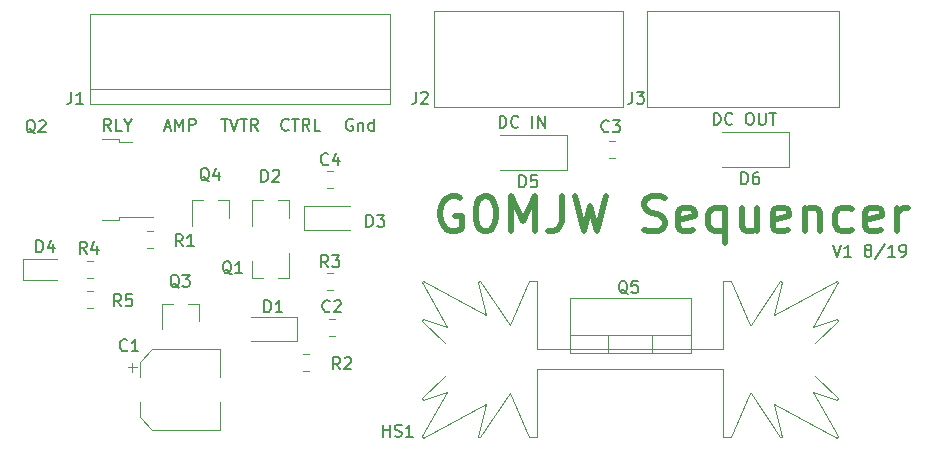
<source format=gbr>
G04 #@! TF.GenerationSoftware,KiCad,Pcbnew,(5.1.2)-2*
G04 #@! TF.CreationDate,2019-08-17T13:58:46+01:00*
G04 #@! TF.ProjectId,Sequencer,53657175-656e-4636-9572-2e6b69636164,rev?*
G04 #@! TF.SameCoordinates,Original*
G04 #@! TF.FileFunction,Legend,Top*
G04 #@! TF.FilePolarity,Positive*
%FSLAX46Y46*%
G04 Gerber Fmt 4.6, Leading zero omitted, Abs format (unit mm)*
G04 Created by KiCad (PCBNEW (5.1.2)-2) date 2019-08-17 13:58:46*
%MOMM*%
%LPD*%
G04 APERTURE LIST*
%ADD10C,0.120000*%
%ADD11C,0.200000*%
%ADD12C,0.500000*%
%ADD13C,0.150000*%
G04 APERTURE END LIST*
D10*
X143637000Y-80264000D02*
X143637000Y-72136000D01*
X159893000Y-80264000D02*
X143637000Y-80264000D01*
X159893000Y-72136000D02*
X159893000Y-80264000D01*
X143637000Y-72136000D02*
X159893000Y-72136000D01*
X125603000Y-80264000D02*
X125603000Y-72136000D01*
X141605000Y-80264000D02*
X125603000Y-80264000D01*
X141605000Y-72136000D02*
X141605000Y-80264000D01*
X125603000Y-72136000D02*
X141605000Y-72136000D01*
D11*
X159417142Y-91908380D02*
X159750476Y-92908380D01*
X160083809Y-91908380D01*
X160940952Y-92908380D02*
X160369523Y-92908380D01*
X160655238Y-92908380D02*
X160655238Y-91908380D01*
X160560000Y-92051238D01*
X160464761Y-92146476D01*
X160369523Y-92194095D01*
X162274285Y-92336952D02*
X162179047Y-92289333D01*
X162131428Y-92241714D01*
X162083809Y-92146476D01*
X162083809Y-92098857D01*
X162131428Y-92003619D01*
X162179047Y-91956000D01*
X162274285Y-91908380D01*
X162464761Y-91908380D01*
X162560000Y-91956000D01*
X162607619Y-92003619D01*
X162655238Y-92098857D01*
X162655238Y-92146476D01*
X162607619Y-92241714D01*
X162560000Y-92289333D01*
X162464761Y-92336952D01*
X162274285Y-92336952D01*
X162179047Y-92384571D01*
X162131428Y-92432190D01*
X162083809Y-92527428D01*
X162083809Y-92717904D01*
X162131428Y-92813142D01*
X162179047Y-92860761D01*
X162274285Y-92908380D01*
X162464761Y-92908380D01*
X162560000Y-92860761D01*
X162607619Y-92813142D01*
X162655238Y-92717904D01*
X162655238Y-92527428D01*
X162607619Y-92432190D01*
X162560000Y-92384571D01*
X162464761Y-92336952D01*
X163798095Y-91860761D02*
X162940952Y-93146476D01*
X164655238Y-92908380D02*
X164083809Y-92908380D01*
X164369523Y-92908380D02*
X164369523Y-91908380D01*
X164274285Y-92051238D01*
X164179047Y-92146476D01*
X164083809Y-92194095D01*
X165131428Y-92908380D02*
X165321904Y-92908380D01*
X165417142Y-92860761D01*
X165464761Y-92813142D01*
X165560000Y-92670285D01*
X165607619Y-92479809D01*
X165607619Y-92098857D01*
X165560000Y-92003619D01*
X165512380Y-91956000D01*
X165417142Y-91908380D01*
X165226666Y-91908380D01*
X165131428Y-91956000D01*
X165083809Y-92003619D01*
X165036190Y-92098857D01*
X165036190Y-92336952D01*
X165083809Y-92432190D01*
X165131428Y-92479809D01*
X165226666Y-92527428D01*
X165417142Y-92527428D01*
X165512380Y-92479809D01*
X165560000Y-92432190D01*
X165607619Y-92336952D01*
X98282190Y-82240380D02*
X97948857Y-81764190D01*
X97710761Y-82240380D02*
X97710761Y-81240380D01*
X98091714Y-81240380D01*
X98186952Y-81288000D01*
X98234571Y-81335619D01*
X98282190Y-81430857D01*
X98282190Y-81573714D01*
X98234571Y-81668952D01*
X98186952Y-81716571D01*
X98091714Y-81764190D01*
X97710761Y-81764190D01*
X99186952Y-82240380D02*
X98710761Y-82240380D01*
X98710761Y-81240380D01*
X99710761Y-81764190D02*
X99710761Y-82240380D01*
X99377428Y-81240380D02*
X99710761Y-81764190D01*
X100044095Y-81240380D01*
X102830476Y-81954666D02*
X103306666Y-81954666D01*
X102735238Y-82240380D02*
X103068571Y-81240380D01*
X103401904Y-82240380D01*
X103735238Y-82240380D02*
X103735238Y-81240380D01*
X104068571Y-81954666D01*
X104401904Y-81240380D01*
X104401904Y-82240380D01*
X104878095Y-82240380D02*
X104878095Y-81240380D01*
X105259047Y-81240380D01*
X105354285Y-81288000D01*
X105401904Y-81335619D01*
X105449523Y-81430857D01*
X105449523Y-81573714D01*
X105401904Y-81668952D01*
X105354285Y-81716571D01*
X105259047Y-81764190D01*
X104878095Y-81764190D01*
X107624761Y-81240380D02*
X108196190Y-81240380D01*
X107910476Y-82240380D02*
X107910476Y-81240380D01*
X108386666Y-81240380D02*
X108720000Y-82240380D01*
X109053333Y-81240380D01*
X109243809Y-81240380D02*
X109815238Y-81240380D01*
X109529523Y-82240380D02*
X109529523Y-81240380D01*
X110720000Y-82240380D02*
X110386666Y-81764190D01*
X110148571Y-82240380D02*
X110148571Y-81240380D01*
X110529523Y-81240380D01*
X110624761Y-81288000D01*
X110672380Y-81335619D01*
X110720000Y-81430857D01*
X110720000Y-81573714D01*
X110672380Y-81668952D01*
X110624761Y-81716571D01*
X110529523Y-81764190D01*
X110148571Y-81764190D01*
X113323809Y-82145142D02*
X113276190Y-82192761D01*
X113133333Y-82240380D01*
X113038095Y-82240380D01*
X112895238Y-82192761D01*
X112800000Y-82097523D01*
X112752380Y-82002285D01*
X112704761Y-81811809D01*
X112704761Y-81668952D01*
X112752380Y-81478476D01*
X112800000Y-81383238D01*
X112895238Y-81288000D01*
X113038095Y-81240380D01*
X113133333Y-81240380D01*
X113276190Y-81288000D01*
X113323809Y-81335619D01*
X113609523Y-81240380D02*
X114180952Y-81240380D01*
X113895238Y-82240380D02*
X113895238Y-81240380D01*
X115085714Y-82240380D02*
X114752380Y-81764190D01*
X114514285Y-82240380D02*
X114514285Y-81240380D01*
X114895238Y-81240380D01*
X114990476Y-81288000D01*
X115038095Y-81335619D01*
X115085714Y-81430857D01*
X115085714Y-81573714D01*
X115038095Y-81668952D01*
X114990476Y-81716571D01*
X114895238Y-81764190D01*
X114514285Y-81764190D01*
X115990476Y-82240380D02*
X115514285Y-82240380D01*
X115514285Y-81240380D01*
X118737142Y-81288000D02*
X118641904Y-81240380D01*
X118499047Y-81240380D01*
X118356190Y-81288000D01*
X118260952Y-81383238D01*
X118213333Y-81478476D01*
X118165714Y-81668952D01*
X118165714Y-81811809D01*
X118213333Y-82002285D01*
X118260952Y-82097523D01*
X118356190Y-82192761D01*
X118499047Y-82240380D01*
X118594285Y-82240380D01*
X118737142Y-82192761D01*
X118784761Y-82145142D01*
X118784761Y-81811809D01*
X118594285Y-81811809D01*
X119213333Y-81573714D02*
X119213333Y-82240380D01*
X119213333Y-81668952D02*
X119260952Y-81621333D01*
X119356190Y-81573714D01*
X119499047Y-81573714D01*
X119594285Y-81621333D01*
X119641904Y-81716571D01*
X119641904Y-82240380D01*
X120546666Y-82240380D02*
X120546666Y-81240380D01*
X120546666Y-82192761D02*
X120451428Y-82240380D01*
X120260952Y-82240380D01*
X120165714Y-82192761D01*
X120118095Y-82145142D01*
X120070476Y-82049904D01*
X120070476Y-81764190D01*
X120118095Y-81668952D01*
X120165714Y-81621333D01*
X120260952Y-81573714D01*
X120451428Y-81573714D01*
X120546666Y-81621333D01*
X131191238Y-81986380D02*
X131191238Y-80986380D01*
X131429333Y-80986380D01*
X131572190Y-81034000D01*
X131667428Y-81129238D01*
X131715047Y-81224476D01*
X131762666Y-81414952D01*
X131762666Y-81557809D01*
X131715047Y-81748285D01*
X131667428Y-81843523D01*
X131572190Y-81938761D01*
X131429333Y-81986380D01*
X131191238Y-81986380D01*
X132762666Y-81891142D02*
X132715047Y-81938761D01*
X132572190Y-81986380D01*
X132476952Y-81986380D01*
X132334095Y-81938761D01*
X132238857Y-81843523D01*
X132191238Y-81748285D01*
X132143619Y-81557809D01*
X132143619Y-81414952D01*
X132191238Y-81224476D01*
X132238857Y-81129238D01*
X132334095Y-81034000D01*
X132476952Y-80986380D01*
X132572190Y-80986380D01*
X132715047Y-81034000D01*
X132762666Y-81081619D01*
X133953142Y-81986380D02*
X133953142Y-80986380D01*
X134429333Y-81986380D02*
X134429333Y-80986380D01*
X135000761Y-81986380D01*
X135000761Y-80986380D01*
X149320571Y-81732380D02*
X149320571Y-80732380D01*
X149558666Y-80732380D01*
X149701523Y-80780000D01*
X149796761Y-80875238D01*
X149844380Y-80970476D01*
X149892000Y-81160952D01*
X149892000Y-81303809D01*
X149844380Y-81494285D01*
X149796761Y-81589523D01*
X149701523Y-81684761D01*
X149558666Y-81732380D01*
X149320571Y-81732380D01*
X150892000Y-81637142D02*
X150844380Y-81684761D01*
X150701523Y-81732380D01*
X150606285Y-81732380D01*
X150463428Y-81684761D01*
X150368190Y-81589523D01*
X150320571Y-81494285D01*
X150272952Y-81303809D01*
X150272952Y-81160952D01*
X150320571Y-80970476D01*
X150368190Y-80875238D01*
X150463428Y-80780000D01*
X150606285Y-80732380D01*
X150701523Y-80732380D01*
X150844380Y-80780000D01*
X150892000Y-80827619D01*
X152272952Y-80732380D02*
X152463428Y-80732380D01*
X152558666Y-80780000D01*
X152653904Y-80875238D01*
X152701523Y-81065714D01*
X152701523Y-81399047D01*
X152653904Y-81589523D01*
X152558666Y-81684761D01*
X152463428Y-81732380D01*
X152272952Y-81732380D01*
X152177714Y-81684761D01*
X152082476Y-81589523D01*
X152034857Y-81399047D01*
X152034857Y-81065714D01*
X152082476Y-80875238D01*
X152177714Y-80780000D01*
X152272952Y-80732380D01*
X153130095Y-80732380D02*
X153130095Y-81541904D01*
X153177714Y-81637142D01*
X153225333Y-81684761D01*
X153320571Y-81732380D01*
X153511047Y-81732380D01*
X153606285Y-81684761D01*
X153653904Y-81637142D01*
X153701523Y-81541904D01*
X153701523Y-80732380D01*
X154034857Y-80732380D02*
X154606285Y-80732380D01*
X154320571Y-81732380D02*
X154320571Y-80732380D01*
D12*
X127867428Y-87908000D02*
X127581714Y-87765142D01*
X127153142Y-87765142D01*
X126724571Y-87908000D01*
X126438857Y-88193714D01*
X126296000Y-88479428D01*
X126153142Y-89050857D01*
X126153142Y-89479428D01*
X126296000Y-90050857D01*
X126438857Y-90336571D01*
X126724571Y-90622285D01*
X127153142Y-90765142D01*
X127438857Y-90765142D01*
X127867428Y-90622285D01*
X128010285Y-90479428D01*
X128010285Y-89479428D01*
X127438857Y-89479428D01*
X129867428Y-87765142D02*
X130153142Y-87765142D01*
X130438857Y-87908000D01*
X130581714Y-88050857D01*
X130724571Y-88336571D01*
X130867428Y-88908000D01*
X130867428Y-89622285D01*
X130724571Y-90193714D01*
X130581714Y-90479428D01*
X130438857Y-90622285D01*
X130153142Y-90765142D01*
X129867428Y-90765142D01*
X129581714Y-90622285D01*
X129438857Y-90479428D01*
X129296000Y-90193714D01*
X129153142Y-89622285D01*
X129153142Y-88908000D01*
X129296000Y-88336571D01*
X129438857Y-88050857D01*
X129581714Y-87908000D01*
X129867428Y-87765142D01*
X132153142Y-90765142D02*
X132153142Y-87765142D01*
X133153142Y-89908000D01*
X134153142Y-87765142D01*
X134153142Y-90765142D01*
X136438857Y-87765142D02*
X136438857Y-89908000D01*
X136296000Y-90336571D01*
X136010285Y-90622285D01*
X135581714Y-90765142D01*
X135296000Y-90765142D01*
X137581714Y-87765142D02*
X138296000Y-90765142D01*
X138867428Y-88622285D01*
X139438857Y-90765142D01*
X140153142Y-87765142D01*
X143438857Y-90622285D02*
X143867428Y-90765142D01*
X144581714Y-90765142D01*
X144867428Y-90622285D01*
X145010285Y-90479428D01*
X145153142Y-90193714D01*
X145153142Y-89908000D01*
X145010285Y-89622285D01*
X144867428Y-89479428D01*
X144581714Y-89336571D01*
X144010285Y-89193714D01*
X143724571Y-89050857D01*
X143581714Y-88908000D01*
X143438857Y-88622285D01*
X143438857Y-88336571D01*
X143581714Y-88050857D01*
X143724571Y-87908000D01*
X144010285Y-87765142D01*
X144724571Y-87765142D01*
X145153142Y-87908000D01*
X147581714Y-90622285D02*
X147296000Y-90765142D01*
X146724571Y-90765142D01*
X146438857Y-90622285D01*
X146296000Y-90336571D01*
X146296000Y-89193714D01*
X146438857Y-88908000D01*
X146724571Y-88765142D01*
X147296000Y-88765142D01*
X147581714Y-88908000D01*
X147724571Y-89193714D01*
X147724571Y-89479428D01*
X146296000Y-89765142D01*
X150296000Y-88765142D02*
X150296000Y-91765142D01*
X150296000Y-90622285D02*
X150010285Y-90765142D01*
X149438857Y-90765142D01*
X149153142Y-90622285D01*
X149010285Y-90479428D01*
X148867428Y-90193714D01*
X148867428Y-89336571D01*
X149010285Y-89050857D01*
X149153142Y-88908000D01*
X149438857Y-88765142D01*
X150010285Y-88765142D01*
X150296000Y-88908000D01*
X153010285Y-88765142D02*
X153010285Y-90765142D01*
X151724571Y-88765142D02*
X151724571Y-90336571D01*
X151867428Y-90622285D01*
X152153142Y-90765142D01*
X152581714Y-90765142D01*
X152867428Y-90622285D01*
X153010285Y-90479428D01*
X155581714Y-90622285D02*
X155296000Y-90765142D01*
X154724571Y-90765142D01*
X154438857Y-90622285D01*
X154296000Y-90336571D01*
X154296000Y-89193714D01*
X154438857Y-88908000D01*
X154724571Y-88765142D01*
X155296000Y-88765142D01*
X155581714Y-88908000D01*
X155724571Y-89193714D01*
X155724571Y-89479428D01*
X154296000Y-89765142D01*
X157010285Y-88765142D02*
X157010285Y-90765142D01*
X157010285Y-89050857D02*
X157153142Y-88908000D01*
X157438857Y-88765142D01*
X157867428Y-88765142D01*
X158153142Y-88908000D01*
X158296000Y-89193714D01*
X158296000Y-90765142D01*
X161010285Y-90622285D02*
X160724571Y-90765142D01*
X160153142Y-90765142D01*
X159867428Y-90622285D01*
X159724571Y-90479428D01*
X159581714Y-90193714D01*
X159581714Y-89336571D01*
X159724571Y-89050857D01*
X159867428Y-88908000D01*
X160153142Y-88765142D01*
X160724571Y-88765142D01*
X161010285Y-88908000D01*
X163438857Y-90622285D02*
X163153142Y-90765142D01*
X162581714Y-90765142D01*
X162296000Y-90622285D01*
X162153142Y-90336571D01*
X162153142Y-89193714D01*
X162296000Y-88908000D01*
X162581714Y-88765142D01*
X163153142Y-88765142D01*
X163438857Y-88908000D01*
X163581714Y-89193714D01*
X163581714Y-89479428D01*
X162153142Y-89765142D01*
X164867428Y-90765142D02*
X164867428Y-88765142D01*
X164867428Y-89336571D02*
X165010285Y-89050857D01*
X165153142Y-88908000D01*
X165438857Y-88765142D01*
X165724571Y-88765142D01*
D10*
X140389000Y-101060000D02*
X140389000Y-99550000D01*
X144090000Y-101060000D02*
X144090000Y-99550000D01*
X147360000Y-99550000D02*
X137120000Y-99550000D01*
X137120000Y-101060000D02*
X137120000Y-96419000D01*
X147360000Y-101060000D02*
X147360000Y-96419000D01*
X147360000Y-96419000D02*
X137120000Y-96419000D01*
X147360000Y-101060000D02*
X137120000Y-101060000D01*
X107550000Y-107550000D02*
X107550000Y-105200000D01*
X107550000Y-100730000D02*
X107550000Y-103080000D01*
X101794437Y-100730000D02*
X107550000Y-100730000D01*
X101794437Y-107550000D02*
X107550000Y-107550000D01*
X100730000Y-106485563D02*
X100730000Y-105200000D01*
X100730000Y-101794437D02*
X100730000Y-103080000D01*
X100730000Y-101794437D02*
X101794437Y-100730000D01*
X100730000Y-106485563D02*
X101794437Y-107550000D01*
X99702500Y-102292500D02*
X100490000Y-102292500D01*
X100096250Y-101898750D02*
X100096250Y-102686250D01*
X117225578Y-98223000D02*
X116708422Y-98223000D01*
X117225578Y-99643000D02*
X116708422Y-99643000D01*
X140974578Y-84530000D02*
X140457422Y-84530000D01*
X140974578Y-83110000D02*
X140457422Y-83110000D01*
X116581422Y-85650000D02*
X117098578Y-85650000D01*
X116581422Y-87070000D02*
X117098578Y-87070000D01*
X114010000Y-100060000D02*
X114010000Y-98060000D01*
X114010000Y-98060000D02*
X110110000Y-98060000D01*
X114010000Y-100060000D02*
X110110000Y-100060000D01*
X113340000Y-88140000D02*
X112410000Y-88140000D01*
X110180000Y-88140000D02*
X111110000Y-88140000D01*
X110180000Y-88140000D02*
X110180000Y-90300000D01*
X113340000Y-88140000D02*
X113340000Y-89600000D01*
X114590000Y-88662000D02*
X118490000Y-88662000D01*
X114590000Y-90662000D02*
X118490000Y-90662000D01*
X114590000Y-88662000D02*
X114590000Y-90662000D01*
X93710000Y-93070000D02*
X90825000Y-93070000D01*
X90825000Y-93070000D02*
X90825000Y-94890000D01*
X90825000Y-94890000D02*
X93710000Y-94890000D01*
X136904000Y-82574000D02*
X131204000Y-82574000D01*
X136904000Y-85574000D02*
X136904000Y-82574000D01*
X131204000Y-85574000D02*
X136904000Y-85574000D01*
X150000000Y-85320000D02*
X155700000Y-85320000D01*
X155700000Y-85320000D02*
X155700000Y-82320000D01*
X155700000Y-82320000D02*
X150000000Y-82320000D01*
X96520000Y-80010000D02*
X121920000Y-80010000D01*
X96520000Y-78740000D02*
X121920000Y-78740000D01*
X96520000Y-72390000D02*
X121920000Y-72390000D01*
X121920000Y-72390000D02*
X121920000Y-80010000D01*
X96520000Y-72390000D02*
X96520000Y-80010000D01*
X110180000Y-94740000D02*
X111110000Y-94740000D01*
X113340000Y-94740000D02*
X112410000Y-94740000D01*
X113340000Y-94740000D02*
X113340000Y-92580000D01*
X110180000Y-94740000D02*
X110180000Y-93280000D01*
X105720000Y-96903000D02*
X105720000Y-98363000D01*
X102560000Y-96903000D02*
X102560000Y-99063000D01*
X102560000Y-96903000D02*
X103490000Y-96903000D01*
X105720000Y-96903000D02*
X104790000Y-96903000D01*
X108260000Y-88140000D02*
X108260000Y-89600000D01*
X105100000Y-88140000D02*
X105100000Y-90300000D01*
X105100000Y-88140000D02*
X106030000Y-88140000D01*
X108260000Y-88140000D02*
X107330000Y-88140000D01*
X101858578Y-92150000D02*
X101341422Y-92150000D01*
X101858578Y-90730000D02*
X101341422Y-90730000D01*
X115066578Y-101144000D02*
X114549422Y-101144000D01*
X115066578Y-102564000D02*
X114549422Y-102564000D01*
X116581422Y-94286000D02*
X117098578Y-94286000D01*
X116581422Y-95706000D02*
X117098578Y-95706000D01*
X96778578Y-93270000D02*
X96261422Y-93270000D01*
X96778578Y-94690000D02*
X96261422Y-94690000D01*
X96778578Y-97230000D02*
X96261422Y-97230000D01*
X96778578Y-95810000D02*
X96261422Y-95810000D01*
X97490000Y-89810000D02*
X98990000Y-89810000D01*
X98990000Y-89810000D02*
X98990000Y-89540000D01*
X98990000Y-89540000D02*
X101820000Y-89540000D01*
X97490000Y-82910000D02*
X98990000Y-82910000D01*
X98990000Y-82910000D02*
X98990000Y-83180000D01*
X98990000Y-83180000D02*
X100090000Y-83180000D01*
X124620000Y-98330000D02*
X126580000Y-100220000D01*
X124710000Y-98180000D02*
X124620000Y-98330000D01*
X126760000Y-98860000D02*
X124710000Y-98180000D01*
X124610000Y-95090000D02*
X126760000Y-98860000D01*
X124730000Y-94970000D02*
X124610000Y-95090000D01*
X130030000Y-97850000D02*
X124730000Y-94970000D01*
X129370000Y-95050000D02*
X130030000Y-97850000D01*
X129550000Y-94990000D02*
X129370000Y-95050000D01*
X132050000Y-98710000D02*
X129550000Y-94990000D01*
X133670000Y-95000000D02*
X132060000Y-98710000D01*
X134340000Y-95000000D02*
X133670000Y-95000000D01*
X134340000Y-100750000D02*
X134340000Y-95000000D01*
X142240000Y-100750000D02*
X134340000Y-100750000D01*
X134340000Y-108200000D02*
X133670000Y-108200000D01*
X134340000Y-102450000D02*
X134340000Y-108200000D01*
X142240000Y-102450000D02*
X134340000Y-102450000D01*
X133670000Y-108200000D02*
X132060000Y-104490000D01*
X124710000Y-105020000D02*
X124620000Y-104870000D01*
X124730000Y-108230000D02*
X124610000Y-108110000D01*
X124610000Y-108110000D02*
X126760000Y-104340000D01*
X126760000Y-104340000D02*
X124710000Y-105020000D01*
X124620000Y-104870000D02*
X126580000Y-102980000D01*
X130030000Y-105350000D02*
X124730000Y-108230000D01*
X132050000Y-104490000D02*
X129550000Y-108210000D01*
X129550000Y-108210000D02*
X129370000Y-108150000D01*
X129370000Y-108150000D02*
X130030000Y-105350000D01*
X142240000Y-100750000D02*
X150140000Y-100750000D01*
X150810000Y-95000000D02*
X152420000Y-98710000D01*
X150140000Y-95000000D02*
X150810000Y-95000000D01*
X150140000Y-100750000D02*
X150140000Y-95000000D01*
X142240000Y-102450000D02*
X150140000Y-102450000D01*
X157720000Y-104340000D02*
X159770000Y-105020000D01*
X159750000Y-108230000D02*
X159870000Y-108110000D01*
X159770000Y-105020000D02*
X159860000Y-104870000D01*
X159870000Y-108110000D02*
X157720000Y-104340000D01*
X159860000Y-104870000D02*
X157900000Y-102980000D01*
X152430000Y-104490000D02*
X154930000Y-108210000D01*
X155110000Y-108150000D02*
X154450000Y-105350000D01*
X154930000Y-108210000D02*
X155110000Y-108150000D01*
X154450000Y-105350000D02*
X159750000Y-108230000D01*
X150140000Y-108200000D02*
X150810000Y-108200000D01*
X150140000Y-102450000D02*
X150140000Y-108200000D01*
X150810000Y-108200000D02*
X152420000Y-104490000D01*
X159750000Y-94970000D02*
X159870000Y-95090000D01*
X159860000Y-98330000D02*
X157900000Y-100220000D01*
X157720000Y-98860000D02*
X159770000Y-98180000D01*
X159770000Y-98180000D02*
X159860000Y-98330000D01*
X159870000Y-95090000D02*
X157720000Y-98860000D01*
X154450000Y-97850000D02*
X159750000Y-94970000D01*
X155110000Y-95050000D02*
X154450000Y-97850000D01*
X154930000Y-94990000D02*
X155110000Y-95050000D01*
X152430000Y-98710000D02*
X154930000Y-94990000D01*
D13*
X124126666Y-78954380D02*
X124126666Y-79668666D01*
X124079047Y-79811523D01*
X123983809Y-79906761D01*
X123840952Y-79954380D01*
X123745714Y-79954380D01*
X124555238Y-79049619D02*
X124602857Y-79002000D01*
X124698095Y-78954380D01*
X124936190Y-78954380D01*
X125031428Y-79002000D01*
X125079047Y-79049619D01*
X125126666Y-79144857D01*
X125126666Y-79240095D01*
X125079047Y-79382952D01*
X124507619Y-79954380D01*
X125126666Y-79954380D01*
X142414666Y-78954380D02*
X142414666Y-79668666D01*
X142367047Y-79811523D01*
X142271809Y-79906761D01*
X142128952Y-79954380D01*
X142033714Y-79954380D01*
X142795619Y-78954380D02*
X143414666Y-78954380D01*
X143081333Y-79335333D01*
X143224190Y-79335333D01*
X143319428Y-79382952D01*
X143367047Y-79430571D01*
X143414666Y-79525809D01*
X143414666Y-79763904D01*
X143367047Y-79859142D01*
X143319428Y-79906761D01*
X143224190Y-79954380D01*
X142938476Y-79954380D01*
X142843238Y-79906761D01*
X142795619Y-79859142D01*
X142017761Y-96051619D02*
X141922523Y-96004000D01*
X141827285Y-95908761D01*
X141684428Y-95765904D01*
X141589190Y-95718285D01*
X141493952Y-95718285D01*
X141541571Y-95956380D02*
X141446333Y-95908761D01*
X141351095Y-95813523D01*
X141303476Y-95623047D01*
X141303476Y-95289714D01*
X141351095Y-95099238D01*
X141446333Y-95004000D01*
X141541571Y-94956380D01*
X141732047Y-94956380D01*
X141827285Y-95004000D01*
X141922523Y-95099238D01*
X141970142Y-95289714D01*
X141970142Y-95623047D01*
X141922523Y-95813523D01*
X141827285Y-95908761D01*
X141732047Y-95956380D01*
X141541571Y-95956380D01*
X142874904Y-94956380D02*
X142398714Y-94956380D01*
X142351095Y-95432571D01*
X142398714Y-95384952D01*
X142493952Y-95337333D01*
X142732047Y-95337333D01*
X142827285Y-95384952D01*
X142874904Y-95432571D01*
X142922523Y-95527809D01*
X142922523Y-95765904D01*
X142874904Y-95861142D01*
X142827285Y-95908761D01*
X142732047Y-95956380D01*
X142493952Y-95956380D01*
X142398714Y-95908761D01*
X142351095Y-95861142D01*
X99655333Y-100814142D02*
X99607714Y-100861761D01*
X99464857Y-100909380D01*
X99369619Y-100909380D01*
X99226761Y-100861761D01*
X99131523Y-100766523D01*
X99083904Y-100671285D01*
X99036285Y-100480809D01*
X99036285Y-100337952D01*
X99083904Y-100147476D01*
X99131523Y-100052238D01*
X99226761Y-99957000D01*
X99369619Y-99909380D01*
X99464857Y-99909380D01*
X99607714Y-99957000D01*
X99655333Y-100004619D01*
X100607714Y-100909380D02*
X100036285Y-100909380D01*
X100322000Y-100909380D02*
X100322000Y-99909380D01*
X100226761Y-100052238D01*
X100131523Y-100147476D01*
X100036285Y-100195095D01*
X116800333Y-97512142D02*
X116752714Y-97559761D01*
X116609857Y-97607380D01*
X116514619Y-97607380D01*
X116371761Y-97559761D01*
X116276523Y-97464523D01*
X116228904Y-97369285D01*
X116181285Y-97178809D01*
X116181285Y-97035952D01*
X116228904Y-96845476D01*
X116276523Y-96750238D01*
X116371761Y-96655000D01*
X116514619Y-96607380D01*
X116609857Y-96607380D01*
X116752714Y-96655000D01*
X116800333Y-96702619D01*
X117181285Y-96702619D02*
X117228904Y-96655000D01*
X117324142Y-96607380D01*
X117562238Y-96607380D01*
X117657476Y-96655000D01*
X117705095Y-96702619D01*
X117752714Y-96797857D01*
X117752714Y-96893095D01*
X117705095Y-97035952D01*
X117133666Y-97607380D01*
X117752714Y-97607380D01*
X140422333Y-82272142D02*
X140374714Y-82319761D01*
X140231857Y-82367380D01*
X140136619Y-82367380D01*
X139993761Y-82319761D01*
X139898523Y-82224523D01*
X139850904Y-82129285D01*
X139803285Y-81938809D01*
X139803285Y-81795952D01*
X139850904Y-81605476D01*
X139898523Y-81510238D01*
X139993761Y-81415000D01*
X140136619Y-81367380D01*
X140231857Y-81367380D01*
X140374714Y-81415000D01*
X140422333Y-81462619D01*
X140755666Y-81367380D02*
X141374714Y-81367380D01*
X141041380Y-81748333D01*
X141184238Y-81748333D01*
X141279476Y-81795952D01*
X141327095Y-81843571D01*
X141374714Y-81938809D01*
X141374714Y-82176904D01*
X141327095Y-82272142D01*
X141279476Y-82319761D01*
X141184238Y-82367380D01*
X140898523Y-82367380D01*
X140803285Y-82319761D01*
X140755666Y-82272142D01*
X116673333Y-85067142D02*
X116625714Y-85114761D01*
X116482857Y-85162380D01*
X116387619Y-85162380D01*
X116244761Y-85114761D01*
X116149523Y-85019523D01*
X116101904Y-84924285D01*
X116054285Y-84733809D01*
X116054285Y-84590952D01*
X116101904Y-84400476D01*
X116149523Y-84305238D01*
X116244761Y-84210000D01*
X116387619Y-84162380D01*
X116482857Y-84162380D01*
X116625714Y-84210000D01*
X116673333Y-84257619D01*
X117530476Y-84495714D02*
X117530476Y-85162380D01*
X117292380Y-84114761D02*
X117054285Y-84829047D01*
X117673333Y-84829047D01*
X111275904Y-97607380D02*
X111275904Y-96607380D01*
X111514000Y-96607380D01*
X111656857Y-96655000D01*
X111752095Y-96750238D01*
X111799714Y-96845476D01*
X111847333Y-97035952D01*
X111847333Y-97178809D01*
X111799714Y-97369285D01*
X111752095Y-97464523D01*
X111656857Y-97559761D01*
X111514000Y-97607380D01*
X111275904Y-97607380D01*
X112799714Y-97607380D02*
X112228285Y-97607380D01*
X112514000Y-97607380D02*
X112514000Y-96607380D01*
X112418761Y-96750238D01*
X112323523Y-96845476D01*
X112228285Y-96893095D01*
X111021904Y-86558380D02*
X111021904Y-85558380D01*
X111260000Y-85558380D01*
X111402857Y-85606000D01*
X111498095Y-85701238D01*
X111545714Y-85796476D01*
X111593333Y-85986952D01*
X111593333Y-86129809D01*
X111545714Y-86320285D01*
X111498095Y-86415523D01*
X111402857Y-86510761D01*
X111260000Y-86558380D01*
X111021904Y-86558380D01*
X111974285Y-85653619D02*
X112021904Y-85606000D01*
X112117142Y-85558380D01*
X112355238Y-85558380D01*
X112450476Y-85606000D01*
X112498095Y-85653619D01*
X112545714Y-85748857D01*
X112545714Y-85844095D01*
X112498095Y-85986952D01*
X111926666Y-86558380D01*
X112545714Y-86558380D01*
X119911904Y-90368380D02*
X119911904Y-89368380D01*
X120150000Y-89368380D01*
X120292857Y-89416000D01*
X120388095Y-89511238D01*
X120435714Y-89606476D01*
X120483333Y-89796952D01*
X120483333Y-89939809D01*
X120435714Y-90130285D01*
X120388095Y-90225523D01*
X120292857Y-90320761D01*
X120150000Y-90368380D01*
X119911904Y-90368380D01*
X120816666Y-89368380D02*
X121435714Y-89368380D01*
X121102380Y-89749333D01*
X121245238Y-89749333D01*
X121340476Y-89796952D01*
X121388095Y-89844571D01*
X121435714Y-89939809D01*
X121435714Y-90177904D01*
X121388095Y-90273142D01*
X121340476Y-90320761D01*
X121245238Y-90368380D01*
X120959523Y-90368380D01*
X120864285Y-90320761D01*
X120816666Y-90273142D01*
X91971904Y-92527380D02*
X91971904Y-91527380D01*
X92210000Y-91527380D01*
X92352857Y-91575000D01*
X92448095Y-91670238D01*
X92495714Y-91765476D01*
X92543333Y-91955952D01*
X92543333Y-92098809D01*
X92495714Y-92289285D01*
X92448095Y-92384523D01*
X92352857Y-92479761D01*
X92210000Y-92527380D01*
X91971904Y-92527380D01*
X93400476Y-91860714D02*
X93400476Y-92527380D01*
X93162380Y-91479761D02*
X92924285Y-92194047D01*
X93543333Y-92194047D01*
X132865904Y-87026380D02*
X132865904Y-86026380D01*
X133104000Y-86026380D01*
X133246857Y-86074000D01*
X133342095Y-86169238D01*
X133389714Y-86264476D01*
X133437333Y-86454952D01*
X133437333Y-86597809D01*
X133389714Y-86788285D01*
X133342095Y-86883523D01*
X133246857Y-86978761D01*
X133104000Y-87026380D01*
X132865904Y-87026380D01*
X134342095Y-86026380D02*
X133865904Y-86026380D01*
X133818285Y-86502571D01*
X133865904Y-86454952D01*
X133961142Y-86407333D01*
X134199238Y-86407333D01*
X134294476Y-86454952D01*
X134342095Y-86502571D01*
X134389714Y-86597809D01*
X134389714Y-86835904D01*
X134342095Y-86931142D01*
X134294476Y-86978761D01*
X134199238Y-87026380D01*
X133961142Y-87026380D01*
X133865904Y-86978761D01*
X133818285Y-86931142D01*
X151661904Y-86772380D02*
X151661904Y-85772380D01*
X151900000Y-85772380D01*
X152042857Y-85820000D01*
X152138095Y-85915238D01*
X152185714Y-86010476D01*
X152233333Y-86200952D01*
X152233333Y-86343809D01*
X152185714Y-86534285D01*
X152138095Y-86629523D01*
X152042857Y-86724761D01*
X151900000Y-86772380D01*
X151661904Y-86772380D01*
X153090476Y-85772380D02*
X152900000Y-85772380D01*
X152804761Y-85820000D01*
X152757142Y-85867619D01*
X152661904Y-86010476D01*
X152614285Y-86200952D01*
X152614285Y-86581904D01*
X152661904Y-86677142D01*
X152709523Y-86724761D01*
X152804761Y-86772380D01*
X152995238Y-86772380D01*
X153090476Y-86724761D01*
X153138095Y-86677142D01*
X153185714Y-86581904D01*
X153185714Y-86343809D01*
X153138095Y-86248571D01*
X153090476Y-86200952D01*
X152995238Y-86153333D01*
X152804761Y-86153333D01*
X152709523Y-86200952D01*
X152661904Y-86248571D01*
X152614285Y-86343809D01*
X94916666Y-78954380D02*
X94916666Y-79668666D01*
X94869047Y-79811523D01*
X94773809Y-79906761D01*
X94630952Y-79954380D01*
X94535714Y-79954380D01*
X95916666Y-79954380D02*
X95345238Y-79954380D01*
X95630952Y-79954380D02*
X95630952Y-78954380D01*
X95535714Y-79097238D01*
X95440476Y-79192476D01*
X95345238Y-79240095D01*
X108489761Y-94400619D02*
X108394523Y-94353000D01*
X108299285Y-94257761D01*
X108156428Y-94114904D01*
X108061190Y-94067285D01*
X107965952Y-94067285D01*
X108013571Y-94305380D02*
X107918333Y-94257761D01*
X107823095Y-94162523D01*
X107775476Y-93972047D01*
X107775476Y-93638714D01*
X107823095Y-93448238D01*
X107918333Y-93353000D01*
X108013571Y-93305380D01*
X108204047Y-93305380D01*
X108299285Y-93353000D01*
X108394523Y-93448238D01*
X108442142Y-93638714D01*
X108442142Y-93972047D01*
X108394523Y-94162523D01*
X108299285Y-94257761D01*
X108204047Y-94305380D01*
X108013571Y-94305380D01*
X109394523Y-94305380D02*
X108823095Y-94305380D01*
X109108809Y-94305380D02*
X109108809Y-93305380D01*
X109013571Y-93448238D01*
X108918333Y-93543476D01*
X108823095Y-93591095D01*
X104044761Y-95543619D02*
X103949523Y-95496000D01*
X103854285Y-95400761D01*
X103711428Y-95257904D01*
X103616190Y-95210285D01*
X103520952Y-95210285D01*
X103568571Y-95448380D02*
X103473333Y-95400761D01*
X103378095Y-95305523D01*
X103330476Y-95115047D01*
X103330476Y-94781714D01*
X103378095Y-94591238D01*
X103473333Y-94496000D01*
X103568571Y-94448380D01*
X103759047Y-94448380D01*
X103854285Y-94496000D01*
X103949523Y-94591238D01*
X103997142Y-94781714D01*
X103997142Y-95115047D01*
X103949523Y-95305523D01*
X103854285Y-95400761D01*
X103759047Y-95448380D01*
X103568571Y-95448380D01*
X104330476Y-94448380D02*
X104949523Y-94448380D01*
X104616190Y-94829333D01*
X104759047Y-94829333D01*
X104854285Y-94876952D01*
X104901904Y-94924571D01*
X104949523Y-95019809D01*
X104949523Y-95257904D01*
X104901904Y-95353142D01*
X104854285Y-95400761D01*
X104759047Y-95448380D01*
X104473333Y-95448380D01*
X104378095Y-95400761D01*
X104330476Y-95353142D01*
X106584761Y-86526619D02*
X106489523Y-86479000D01*
X106394285Y-86383761D01*
X106251428Y-86240904D01*
X106156190Y-86193285D01*
X106060952Y-86193285D01*
X106108571Y-86431380D02*
X106013333Y-86383761D01*
X105918095Y-86288523D01*
X105870476Y-86098047D01*
X105870476Y-85764714D01*
X105918095Y-85574238D01*
X106013333Y-85479000D01*
X106108571Y-85431380D01*
X106299047Y-85431380D01*
X106394285Y-85479000D01*
X106489523Y-85574238D01*
X106537142Y-85764714D01*
X106537142Y-86098047D01*
X106489523Y-86288523D01*
X106394285Y-86383761D01*
X106299047Y-86431380D01*
X106108571Y-86431380D01*
X107394285Y-85764714D02*
X107394285Y-86431380D01*
X107156190Y-85383761D02*
X106918095Y-86098047D01*
X107537142Y-86098047D01*
X104354333Y-92019380D02*
X104021000Y-91543190D01*
X103782904Y-92019380D02*
X103782904Y-91019380D01*
X104163857Y-91019380D01*
X104259095Y-91067000D01*
X104306714Y-91114619D01*
X104354333Y-91209857D01*
X104354333Y-91352714D01*
X104306714Y-91447952D01*
X104259095Y-91495571D01*
X104163857Y-91543190D01*
X103782904Y-91543190D01*
X105306714Y-92019380D02*
X104735285Y-92019380D01*
X105021000Y-92019380D02*
X105021000Y-91019380D01*
X104925761Y-91162238D01*
X104830523Y-91257476D01*
X104735285Y-91305095D01*
X117689333Y-102433380D02*
X117356000Y-101957190D01*
X117117904Y-102433380D02*
X117117904Y-101433380D01*
X117498857Y-101433380D01*
X117594095Y-101481000D01*
X117641714Y-101528619D01*
X117689333Y-101623857D01*
X117689333Y-101766714D01*
X117641714Y-101861952D01*
X117594095Y-101909571D01*
X117498857Y-101957190D01*
X117117904Y-101957190D01*
X118070285Y-101528619D02*
X118117904Y-101481000D01*
X118213142Y-101433380D01*
X118451238Y-101433380D01*
X118546476Y-101481000D01*
X118594095Y-101528619D01*
X118641714Y-101623857D01*
X118641714Y-101719095D01*
X118594095Y-101861952D01*
X118022666Y-102433380D01*
X118641714Y-102433380D01*
X116673333Y-93798380D02*
X116340000Y-93322190D01*
X116101904Y-93798380D02*
X116101904Y-92798380D01*
X116482857Y-92798380D01*
X116578095Y-92846000D01*
X116625714Y-92893619D01*
X116673333Y-92988857D01*
X116673333Y-93131714D01*
X116625714Y-93226952D01*
X116578095Y-93274571D01*
X116482857Y-93322190D01*
X116101904Y-93322190D01*
X117006666Y-92798380D02*
X117625714Y-92798380D01*
X117292380Y-93179333D01*
X117435238Y-93179333D01*
X117530476Y-93226952D01*
X117578095Y-93274571D01*
X117625714Y-93369809D01*
X117625714Y-93607904D01*
X117578095Y-93703142D01*
X117530476Y-93750761D01*
X117435238Y-93798380D01*
X117149523Y-93798380D01*
X117054285Y-93750761D01*
X117006666Y-93703142D01*
X96226333Y-92654380D02*
X95893000Y-92178190D01*
X95654904Y-92654380D02*
X95654904Y-91654380D01*
X96035857Y-91654380D01*
X96131095Y-91702000D01*
X96178714Y-91749619D01*
X96226333Y-91844857D01*
X96226333Y-91987714D01*
X96178714Y-92082952D01*
X96131095Y-92130571D01*
X96035857Y-92178190D01*
X95654904Y-92178190D01*
X97083476Y-91987714D02*
X97083476Y-92654380D01*
X96845380Y-91606761D02*
X96607285Y-92321047D01*
X97226333Y-92321047D01*
X99147333Y-97099380D02*
X98814000Y-96623190D01*
X98575904Y-97099380D02*
X98575904Y-96099380D01*
X98956857Y-96099380D01*
X99052095Y-96147000D01*
X99099714Y-96194619D01*
X99147333Y-96289857D01*
X99147333Y-96432714D01*
X99099714Y-96527952D01*
X99052095Y-96575571D01*
X98956857Y-96623190D01*
X98575904Y-96623190D01*
X100052095Y-96099380D02*
X99575904Y-96099380D01*
X99528285Y-96575571D01*
X99575904Y-96527952D01*
X99671142Y-96480333D01*
X99909238Y-96480333D01*
X100004476Y-96527952D01*
X100052095Y-96575571D01*
X100099714Y-96670809D01*
X100099714Y-96908904D01*
X100052095Y-97004142D01*
X100004476Y-97051761D01*
X99909238Y-97099380D01*
X99671142Y-97099380D01*
X99575904Y-97051761D01*
X99528285Y-97004142D01*
X91852761Y-82462619D02*
X91757523Y-82415000D01*
X91662285Y-82319761D01*
X91519428Y-82176904D01*
X91424190Y-82129285D01*
X91328952Y-82129285D01*
X91376571Y-82367380D02*
X91281333Y-82319761D01*
X91186095Y-82224523D01*
X91138476Y-82034047D01*
X91138476Y-81700714D01*
X91186095Y-81510238D01*
X91281333Y-81415000D01*
X91376571Y-81367380D01*
X91567047Y-81367380D01*
X91662285Y-81415000D01*
X91757523Y-81510238D01*
X91805142Y-81700714D01*
X91805142Y-82034047D01*
X91757523Y-82224523D01*
X91662285Y-82319761D01*
X91567047Y-82367380D01*
X91376571Y-82367380D01*
X92186095Y-81462619D02*
X92233714Y-81415000D01*
X92328952Y-81367380D01*
X92567047Y-81367380D01*
X92662285Y-81415000D01*
X92709904Y-81462619D01*
X92757523Y-81557857D01*
X92757523Y-81653095D01*
X92709904Y-81795952D01*
X92138476Y-82367380D01*
X92757523Y-82367380D01*
X121316904Y-108148380D02*
X121316904Y-107148380D01*
X121316904Y-107624571D02*
X121888333Y-107624571D01*
X121888333Y-108148380D02*
X121888333Y-107148380D01*
X122316904Y-108100761D02*
X122459761Y-108148380D01*
X122697857Y-108148380D01*
X122793095Y-108100761D01*
X122840714Y-108053142D01*
X122888333Y-107957904D01*
X122888333Y-107862666D01*
X122840714Y-107767428D01*
X122793095Y-107719809D01*
X122697857Y-107672190D01*
X122507380Y-107624571D01*
X122412142Y-107576952D01*
X122364523Y-107529333D01*
X122316904Y-107434095D01*
X122316904Y-107338857D01*
X122364523Y-107243619D01*
X122412142Y-107196000D01*
X122507380Y-107148380D01*
X122745476Y-107148380D01*
X122888333Y-107196000D01*
X123840714Y-108148380D02*
X123269285Y-108148380D01*
X123555000Y-108148380D02*
X123555000Y-107148380D01*
X123459761Y-107291238D01*
X123364523Y-107386476D01*
X123269285Y-107434095D01*
M02*

</source>
